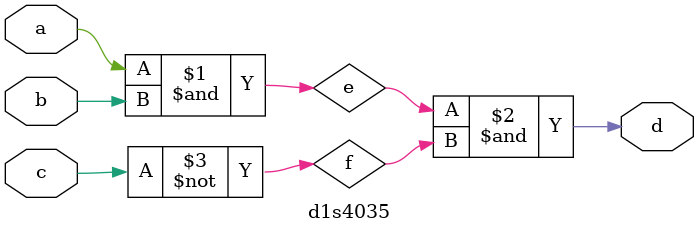
<source format=v>
module d1s4035(a,b,c,d);
  input a,b,c;
  output d;
  wire a,b,c,d,e,f;
  
  and E1(e,a,b);
  not E2(f,c);
  and E3(d,e,f);

endmodule
</source>
